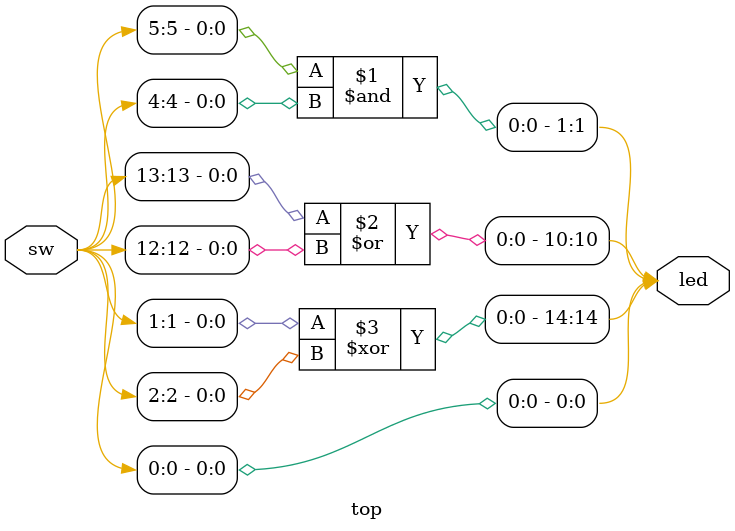
<source format=v>
module top(
    input [15:0] sw,
    output [15:0] led
);

    // Enter your equation here
    assign led[0] = sw[0];
    assign led[1] = sw[5] & sw[4];
    assign led[10] = sw[13] | sw[12];
    assign led[14] = sw[1]^sw[2];

endmodule

</source>
